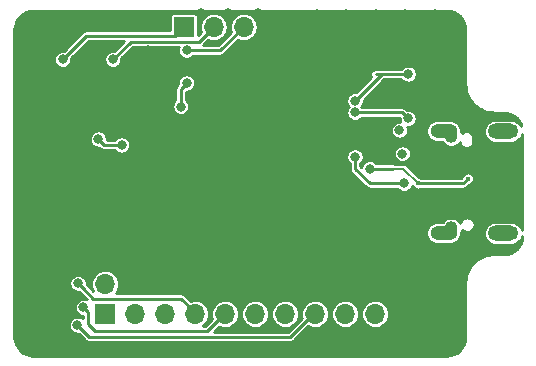
<source format=gbl>
G04 #@! TF.GenerationSoftware,KiCad,Pcbnew,(5.1.0)-1*
G04 #@! TF.CreationDate,2019-05-30T16:28:13+02:00*
G04 #@! TF.ProjectId,converterboard,636f6e76-6572-4746-9572-626f6172642e,rev?*
G04 #@! TF.SameCoordinates,Original*
G04 #@! TF.FileFunction,Copper,L2,Bot*
G04 #@! TF.FilePolarity,Positive*
%FSLAX46Y46*%
G04 Gerber Fmt 4.6, Leading zero omitted, Abs format (unit mm)*
G04 Created by KiCad (PCBNEW (5.1.0)-1) date 2019-05-30 16:28:13*
%MOMM*%
%LPD*%
G04 APERTURE LIST*
%ADD10O,2.300000X1.200000*%
%ADD11O,1.100000X1.350000*%
%ADD12O,2.600000X1.300000*%
%ADD13R,1.700000X1.700000*%
%ADD14O,1.700000X1.700000*%
%ADD15C,0.800000*%
%ADD16C,0.400000*%
%ADD17C,0.250000*%
%ADD18C,0.200000*%
%ADD19C,0.254000*%
G04 APERTURE END LIST*
D10*
X190750000Y-109580000D03*
D11*
X191400000Y-109900000D03*
X191400000Y-117900000D03*
D10*
X190750000Y-118220000D03*
D12*
X195800000Y-118220000D03*
X195800000Y-109580000D03*
D13*
X168750000Y-100750000D03*
D14*
X171290000Y-100750000D03*
X173830000Y-100750000D03*
X176370000Y-100750000D03*
X184960000Y-122510000D03*
X184960000Y-125050000D03*
X182420000Y-122510000D03*
X182420000Y-125050000D03*
X179880000Y-122510000D03*
X179880000Y-125050000D03*
X177340000Y-122510000D03*
X177340000Y-125050000D03*
X174800000Y-122510000D03*
X174800000Y-125050000D03*
X172260000Y-122510000D03*
X172260000Y-125050000D03*
X169720000Y-122510000D03*
X169720000Y-125050000D03*
X167180000Y-122510000D03*
X167180000Y-125050000D03*
X164640000Y-122510000D03*
X164640000Y-125050000D03*
X162100000Y-122510000D03*
D13*
X162100000Y-125050000D03*
D15*
X187000000Y-109500000D03*
X187250000Y-111500000D03*
X167750000Y-108750000D03*
X158750000Y-111750000D03*
X158250000Y-117500000D03*
X180500000Y-117500000D03*
X186250000Y-118000000D03*
X183000000Y-101000000D03*
X160750000Y-109250000D03*
X158000000Y-113750000D03*
X169000000Y-117250000D03*
X167500000Y-118250000D03*
X172750000Y-108250000D03*
X164350542Y-108424777D03*
X191750000Y-127750000D03*
X189000000Y-128000000D03*
X186000000Y-128000000D03*
X183000000Y-128000000D03*
X180000000Y-128000000D03*
X177000000Y-128000000D03*
X174000000Y-128000000D03*
X171000000Y-128000000D03*
X168000000Y-128000000D03*
X165000000Y-128000000D03*
X162000000Y-128000000D03*
X159000000Y-128000000D03*
X156000000Y-128000000D03*
X155000000Y-126000000D03*
X155000000Y-123000000D03*
X154750000Y-120250000D03*
X154750000Y-117250000D03*
X154750000Y-114500000D03*
X154750000Y-112250000D03*
X154750000Y-110000000D03*
X154750000Y-107500000D03*
X154750000Y-105000000D03*
X154750000Y-102500000D03*
X155250000Y-100000000D03*
X159000000Y-99750000D03*
X161500000Y-99750000D03*
X164000000Y-99750000D03*
X166500000Y-99750000D03*
X191750000Y-100000000D03*
X190000000Y-99700000D03*
X187500000Y-99700000D03*
X185000000Y-99700000D03*
X182500000Y-99700000D03*
X180000000Y-99700000D03*
X177750000Y-99800000D03*
X175000000Y-99600000D03*
X172500000Y-99600000D03*
X170250000Y-99600000D03*
X192000000Y-125500000D03*
X192000000Y-123000000D03*
X192000000Y-120500000D03*
X192250000Y-103750000D03*
X188750000Y-120750000D03*
X188750000Y-123000000D03*
X188750000Y-125500000D03*
X186000000Y-120250000D03*
X182750000Y-120250000D03*
X179750000Y-120250000D03*
X176750000Y-120250000D03*
X174250000Y-120250000D03*
X170750000Y-120250000D03*
X167750000Y-120250000D03*
X164500000Y-120250000D03*
X161500000Y-120250000D03*
X159500000Y-119000000D03*
X162750000Y-118750000D03*
X163500000Y-116500000D03*
X165250000Y-115000000D03*
X163500000Y-113750000D03*
X165000000Y-112750000D03*
X172000000Y-117250000D03*
X174750000Y-117250000D03*
X174500000Y-114750000D03*
X171500000Y-114750000D03*
X169250000Y-114500000D03*
X172750000Y-104000000D03*
X176250000Y-104500000D03*
X176000000Y-108250000D03*
X175750000Y-112750000D03*
X172750000Y-112750000D03*
X174000000Y-110500000D03*
X174000000Y-106250000D03*
X176000000Y-110500000D03*
X179500000Y-102250000D03*
X182000000Y-102500000D03*
X183750000Y-104000000D03*
X182250000Y-106250000D03*
X180250000Y-106250000D03*
X180000000Y-104000000D03*
X181750000Y-104250000D03*
X181000000Y-101000000D03*
X178500000Y-101000000D03*
X169250000Y-103750000D03*
X167500000Y-105500000D03*
X165750000Y-104500000D03*
X165750000Y-102750000D03*
X180750000Y-109500000D03*
X180250000Y-111250000D03*
X183500000Y-109750000D03*
X190000000Y-104500000D03*
X161750000Y-102250000D03*
X157250000Y-108250000D03*
X157250000Y-112000000D03*
X157750000Y-124000000D03*
X157500000Y-126000000D03*
X159750000Y-115250000D03*
X182500000Y-117500000D03*
X184500000Y-115500000D03*
X158500000Y-103500000D03*
X161500000Y-110250000D03*
X163500000Y-110750000D03*
X169000000Y-102750000D03*
X162750000Y-103500000D03*
X184500000Y-112750000D03*
D16*
X192800000Y-113600000D03*
X188600000Y-114000000D03*
D15*
X183249984Y-111750000D03*
X187400000Y-114000000D03*
X187750000Y-108500000D03*
X183250012Y-108000000D03*
X183250000Y-107000000D03*
X187750000Y-104750016D03*
X159795497Y-122454497D03*
X160250000Y-124500004D03*
X159750000Y-126000000D03*
X168500000Y-107500000D03*
X169000000Y-105500000D03*
D17*
X158899999Y-103100001D02*
X158500000Y-103500000D01*
X160500000Y-101500000D02*
X158899999Y-103100001D01*
X168750000Y-100750000D02*
X168000000Y-101500000D01*
X168000000Y-101500000D02*
X160500000Y-101500000D01*
X162000000Y-110750000D02*
X162934315Y-110750000D01*
X161500000Y-110250000D02*
X162000000Y-110750000D01*
X162934315Y-110750000D02*
X163500000Y-110750000D01*
X171830000Y-102750000D02*
X169565685Y-102750000D01*
X169565685Y-102750000D02*
X169000000Y-102750000D01*
X173830000Y-100750000D02*
X171830000Y-102750000D01*
X170440001Y-101599999D02*
X171290000Y-100750000D01*
X162750000Y-103500000D02*
X164250000Y-102000000D01*
X164250000Y-102000000D02*
X170040000Y-102000000D01*
X170040000Y-102000000D02*
X170440001Y-101599999D01*
X186500000Y-112750000D02*
X184500000Y-112750000D01*
X188882842Y-114000000D02*
X188600000Y-114000000D01*
X192400000Y-114000000D02*
X188882842Y-114000000D01*
X192800000Y-113600000D02*
X192400000Y-114000000D01*
D18*
X187350000Y-112750000D02*
X188600000Y-114000000D01*
X186500000Y-112750000D02*
X187350000Y-112750000D01*
D17*
X184500000Y-114000000D02*
X186834315Y-114000000D01*
X186834315Y-114000000D02*
X187400000Y-114000000D01*
X183249984Y-111750000D02*
X183249984Y-112749984D01*
X183249984Y-112749984D02*
X184500000Y-114000000D01*
X187250000Y-108000000D02*
X183815697Y-108000000D01*
X183815697Y-108000000D02*
X183250012Y-108000000D01*
X187750000Y-108500000D02*
X187250000Y-108000000D01*
X183250000Y-107000000D02*
X185499984Y-104750016D01*
X187184315Y-104750016D02*
X187750000Y-104750016D01*
X184999984Y-104750016D02*
X187184315Y-104750016D01*
X169750000Y-125000000D02*
X168500000Y-123750000D01*
X161091000Y-123750000D02*
X160195496Y-122854496D01*
X168500000Y-123750000D02*
X161091000Y-123750000D01*
X160195496Y-122854496D02*
X159795497Y-122454497D01*
X160649999Y-125885001D02*
X160649999Y-124900003D01*
X160649999Y-124900003D02*
X160250000Y-124500004D01*
X172250000Y-125000000D02*
X170750000Y-126500000D01*
X161264998Y-126500000D02*
X160649999Y-125885001D01*
X170750000Y-126500000D02*
X161264998Y-126500000D01*
X160149999Y-126399999D02*
X159750000Y-126000000D01*
X160750000Y-127000000D02*
X160149999Y-126399999D01*
X177750000Y-127000000D02*
X160750000Y-127000000D01*
X179750000Y-125000000D02*
X177750000Y-127000000D01*
X168500000Y-107500000D02*
X168500000Y-106000000D01*
X168500000Y-106000000D02*
X169000000Y-105500000D01*
D19*
G36*
X191310008Y-99434324D02*
G01*
X191608214Y-99524357D01*
X191883249Y-99670595D01*
X192124645Y-99867473D01*
X192323203Y-100107487D01*
X192471360Y-100381498D01*
X192563472Y-100679064D01*
X192586032Y-100893702D01*
X192579178Y-100916294D01*
X192573000Y-100979023D01*
X192573001Y-105620978D01*
X192579179Y-105683707D01*
X192603596Y-105764196D01*
X192613590Y-105782893D01*
X192641052Y-106044176D01*
X192648384Y-106079893D01*
X192655206Y-106115657D01*
X192656828Y-106121031D01*
X192772252Y-106493905D01*
X192786369Y-106527489D01*
X192800020Y-106561276D01*
X192802655Y-106566232D01*
X192988306Y-106909587D01*
X193008689Y-106939806D01*
X193028631Y-106970281D01*
X193032179Y-106974631D01*
X193280986Y-107275386D01*
X193306852Y-107301073D01*
X193332331Y-107327091D01*
X193336656Y-107330669D01*
X193639141Y-107577369D01*
X193669501Y-107597541D01*
X193699551Y-107618117D01*
X193704489Y-107620787D01*
X194049131Y-107804036D01*
X194082799Y-107817913D01*
X194116306Y-107832275D01*
X194121668Y-107833935D01*
X194495340Y-107946752D01*
X194531069Y-107953827D01*
X194566720Y-107961405D01*
X194572302Y-107961991D01*
X194816152Y-107985901D01*
X194835804Y-107996405D01*
X194916293Y-108020822D01*
X194979022Y-108027000D01*
X195820978Y-108027000D01*
X195883707Y-108020822D01*
X195905348Y-108014257D01*
X196110008Y-108034324D01*
X196408214Y-108124357D01*
X196683249Y-108270595D01*
X196924645Y-108467473D01*
X197123203Y-108707487D01*
X197271360Y-108981498D01*
X197317399Y-109130227D01*
X197266276Y-109034582D01*
X197144186Y-108885814D01*
X196995418Y-108763724D01*
X196825691Y-108673003D01*
X196641525Y-108617137D01*
X196497993Y-108603000D01*
X195102007Y-108603000D01*
X194958475Y-108617137D01*
X194774309Y-108673003D01*
X194604582Y-108763724D01*
X194455814Y-108885814D01*
X194333724Y-109034582D01*
X194243003Y-109204309D01*
X194187137Y-109388475D01*
X194168273Y-109580000D01*
X194187137Y-109771525D01*
X194243003Y-109955691D01*
X194333724Y-110125418D01*
X194455814Y-110274186D01*
X194604582Y-110396276D01*
X194774309Y-110486997D01*
X194958475Y-110542863D01*
X195102007Y-110557000D01*
X196497993Y-110557000D01*
X196641525Y-110542863D01*
X196825691Y-110486997D01*
X196995418Y-110396276D01*
X197144186Y-110274186D01*
X197266276Y-110125418D01*
X197356997Y-109955691D01*
X197398001Y-109820519D01*
X197398000Y-117979478D01*
X197356997Y-117844309D01*
X197266276Y-117674582D01*
X197144186Y-117525814D01*
X196995418Y-117403724D01*
X196825691Y-117313003D01*
X196641525Y-117257137D01*
X196497993Y-117243000D01*
X195102007Y-117243000D01*
X194958475Y-117257137D01*
X194774309Y-117313003D01*
X194604582Y-117403724D01*
X194455814Y-117525814D01*
X194333724Y-117674582D01*
X194243003Y-117844309D01*
X194187137Y-118028475D01*
X194168273Y-118220000D01*
X194187137Y-118411525D01*
X194243003Y-118595691D01*
X194333724Y-118765418D01*
X194455814Y-118914186D01*
X194604582Y-119036276D01*
X194774309Y-119126997D01*
X194958475Y-119182863D01*
X195102007Y-119197000D01*
X196497993Y-119197000D01*
X196641525Y-119182863D01*
X196825691Y-119126997D01*
X196995418Y-119036276D01*
X197144186Y-118914186D01*
X197266276Y-118765418D01*
X197356997Y-118595691D01*
X197386383Y-118498817D01*
X197365676Y-118710009D01*
X197275641Y-119008217D01*
X197129402Y-119283252D01*
X196932524Y-119524648D01*
X196692513Y-119723203D01*
X196418502Y-119871360D01*
X196120935Y-119963472D01*
X195906299Y-119986031D01*
X195883707Y-119979178D01*
X195820978Y-119973000D01*
X194979022Y-119973000D01*
X194916293Y-119979178D01*
X194835804Y-120003595D01*
X194817105Y-120013590D01*
X194555823Y-120041052D01*
X194520093Y-120048386D01*
X194484343Y-120055206D01*
X194478969Y-120056828D01*
X194106094Y-120172252D01*
X194072472Y-120186385D01*
X194038725Y-120200020D01*
X194033768Y-120202655D01*
X193690413Y-120388306D01*
X193660194Y-120408689D01*
X193629719Y-120428631D01*
X193625369Y-120432179D01*
X193324614Y-120680986D01*
X193298944Y-120706836D01*
X193272909Y-120732331D01*
X193269331Y-120736656D01*
X193022630Y-121039141D01*
X193002444Y-121069523D01*
X192981883Y-121099552D01*
X192979213Y-121104489D01*
X192795963Y-121449131D01*
X192782067Y-121482845D01*
X192767725Y-121516307D01*
X192766065Y-121521669D01*
X192653247Y-121895340D01*
X192646168Y-121931092D01*
X192638595Y-121966720D01*
X192638009Y-121972302D01*
X192614099Y-122216153D01*
X192603595Y-122235805D01*
X192579178Y-122316294D01*
X192573000Y-122379023D01*
X192573001Y-127020978D01*
X192579179Y-127083707D01*
X192585743Y-127105346D01*
X192565676Y-127310009D01*
X192475641Y-127608217D01*
X192329402Y-127883252D01*
X192132524Y-128124648D01*
X191892513Y-128323203D01*
X191618502Y-128471360D01*
X191320935Y-128563472D01*
X190992426Y-128598000D01*
X156019658Y-128598000D01*
X155689991Y-128565676D01*
X155391783Y-128475641D01*
X155116748Y-128329402D01*
X154875352Y-128132524D01*
X154676797Y-127892513D01*
X154528640Y-127618502D01*
X154436528Y-127320935D01*
X154402000Y-126992426D01*
X154402000Y-125928397D01*
X159023000Y-125928397D01*
X159023000Y-126071603D01*
X159050938Y-126212058D01*
X159105741Y-126344364D01*
X159185302Y-126463436D01*
X159286564Y-126564698D01*
X159405636Y-126644259D01*
X159537942Y-126699062D01*
X159678397Y-126727000D01*
X159821603Y-126727000D01*
X159835093Y-126724317D01*
X159846088Y-126735312D01*
X159846093Y-126735316D01*
X160414681Y-127303905D01*
X160428841Y-127321159D01*
X160497667Y-127377643D01*
X160569354Y-127415960D01*
X160576190Y-127419614D01*
X160661392Y-127445460D01*
X160750000Y-127454187D01*
X160772205Y-127452000D01*
X177727795Y-127452000D01*
X177750000Y-127454187D01*
X177772205Y-127452000D01*
X177838607Y-127445460D01*
X177923810Y-127419614D01*
X178002333Y-127377643D01*
X178071159Y-127321159D01*
X178085323Y-127303900D01*
X179309551Y-126079674D01*
X179427403Y-126142667D01*
X179649268Y-126209969D01*
X179822188Y-126227000D01*
X179937812Y-126227000D01*
X180110732Y-126209969D01*
X180332597Y-126142667D01*
X180537070Y-126033374D01*
X180716291Y-125886291D01*
X180863374Y-125707070D01*
X180972667Y-125502597D01*
X181039969Y-125280732D01*
X181062694Y-125050000D01*
X181237306Y-125050000D01*
X181260031Y-125280732D01*
X181327333Y-125502597D01*
X181436626Y-125707070D01*
X181583709Y-125886291D01*
X181762930Y-126033374D01*
X181967403Y-126142667D01*
X182189268Y-126209969D01*
X182362188Y-126227000D01*
X182477812Y-126227000D01*
X182650732Y-126209969D01*
X182872597Y-126142667D01*
X183077070Y-126033374D01*
X183256291Y-125886291D01*
X183403374Y-125707070D01*
X183512667Y-125502597D01*
X183579969Y-125280732D01*
X183602694Y-125050000D01*
X183777306Y-125050000D01*
X183800031Y-125280732D01*
X183867333Y-125502597D01*
X183976626Y-125707070D01*
X184123709Y-125886291D01*
X184302930Y-126033374D01*
X184507403Y-126142667D01*
X184729268Y-126209969D01*
X184902188Y-126227000D01*
X185017812Y-126227000D01*
X185190732Y-126209969D01*
X185412597Y-126142667D01*
X185617070Y-126033374D01*
X185796291Y-125886291D01*
X185943374Y-125707070D01*
X186052667Y-125502597D01*
X186119969Y-125280732D01*
X186142694Y-125050000D01*
X186119969Y-124819268D01*
X186052667Y-124597403D01*
X185943374Y-124392930D01*
X185796291Y-124213709D01*
X185617070Y-124066626D01*
X185412597Y-123957333D01*
X185190732Y-123890031D01*
X185017812Y-123873000D01*
X184902188Y-123873000D01*
X184729268Y-123890031D01*
X184507403Y-123957333D01*
X184302930Y-124066626D01*
X184123709Y-124213709D01*
X183976626Y-124392930D01*
X183867333Y-124597403D01*
X183800031Y-124819268D01*
X183777306Y-125050000D01*
X183602694Y-125050000D01*
X183579969Y-124819268D01*
X183512667Y-124597403D01*
X183403374Y-124392930D01*
X183256291Y-124213709D01*
X183077070Y-124066626D01*
X182872597Y-123957333D01*
X182650732Y-123890031D01*
X182477812Y-123873000D01*
X182362188Y-123873000D01*
X182189268Y-123890031D01*
X181967403Y-123957333D01*
X181762930Y-124066626D01*
X181583709Y-124213709D01*
X181436626Y-124392930D01*
X181327333Y-124597403D01*
X181260031Y-124819268D01*
X181237306Y-125050000D01*
X181062694Y-125050000D01*
X181039969Y-124819268D01*
X180972667Y-124597403D01*
X180863374Y-124392930D01*
X180716291Y-124213709D01*
X180537070Y-124066626D01*
X180332597Y-123957333D01*
X180110732Y-123890031D01*
X179937812Y-123873000D01*
X179822188Y-123873000D01*
X179649268Y-123890031D01*
X179427403Y-123957333D01*
X179222930Y-124066626D01*
X179043709Y-124213709D01*
X178896626Y-124392930D01*
X178787333Y-124597403D01*
X178720031Y-124819268D01*
X178697306Y-125050000D01*
X178720031Y-125280732D01*
X178745636Y-125365140D01*
X177562777Y-126548000D01*
X171341223Y-126548000D01*
X171767751Y-126121473D01*
X171807403Y-126142667D01*
X172029268Y-126209969D01*
X172202188Y-126227000D01*
X172317812Y-126227000D01*
X172490732Y-126209969D01*
X172712597Y-126142667D01*
X172917070Y-126033374D01*
X173096291Y-125886291D01*
X173243374Y-125707070D01*
X173352667Y-125502597D01*
X173419969Y-125280732D01*
X173442694Y-125050000D01*
X173617306Y-125050000D01*
X173640031Y-125280732D01*
X173707333Y-125502597D01*
X173816626Y-125707070D01*
X173963709Y-125886291D01*
X174142930Y-126033374D01*
X174347403Y-126142667D01*
X174569268Y-126209969D01*
X174742188Y-126227000D01*
X174857812Y-126227000D01*
X175030732Y-126209969D01*
X175252597Y-126142667D01*
X175457070Y-126033374D01*
X175636291Y-125886291D01*
X175783374Y-125707070D01*
X175892667Y-125502597D01*
X175959969Y-125280732D01*
X175982694Y-125050000D01*
X176157306Y-125050000D01*
X176180031Y-125280732D01*
X176247333Y-125502597D01*
X176356626Y-125707070D01*
X176503709Y-125886291D01*
X176682930Y-126033374D01*
X176887403Y-126142667D01*
X177109268Y-126209969D01*
X177282188Y-126227000D01*
X177397812Y-126227000D01*
X177570732Y-126209969D01*
X177792597Y-126142667D01*
X177997070Y-126033374D01*
X178176291Y-125886291D01*
X178323374Y-125707070D01*
X178432667Y-125502597D01*
X178499969Y-125280732D01*
X178522694Y-125050000D01*
X178499969Y-124819268D01*
X178432667Y-124597403D01*
X178323374Y-124392930D01*
X178176291Y-124213709D01*
X177997070Y-124066626D01*
X177792597Y-123957333D01*
X177570732Y-123890031D01*
X177397812Y-123873000D01*
X177282188Y-123873000D01*
X177109268Y-123890031D01*
X176887403Y-123957333D01*
X176682930Y-124066626D01*
X176503709Y-124213709D01*
X176356626Y-124392930D01*
X176247333Y-124597403D01*
X176180031Y-124819268D01*
X176157306Y-125050000D01*
X175982694Y-125050000D01*
X175959969Y-124819268D01*
X175892667Y-124597403D01*
X175783374Y-124392930D01*
X175636291Y-124213709D01*
X175457070Y-124066626D01*
X175252597Y-123957333D01*
X175030732Y-123890031D01*
X174857812Y-123873000D01*
X174742188Y-123873000D01*
X174569268Y-123890031D01*
X174347403Y-123957333D01*
X174142930Y-124066626D01*
X173963709Y-124213709D01*
X173816626Y-124392930D01*
X173707333Y-124597403D01*
X173640031Y-124819268D01*
X173617306Y-125050000D01*
X173442694Y-125050000D01*
X173419969Y-124819268D01*
X173352667Y-124597403D01*
X173243374Y-124392930D01*
X173096291Y-124213709D01*
X172917070Y-124066626D01*
X172712597Y-123957333D01*
X172490732Y-123890031D01*
X172317812Y-123873000D01*
X172202188Y-123873000D01*
X172029268Y-123890031D01*
X171807403Y-123957333D01*
X171602930Y-124066626D01*
X171423709Y-124213709D01*
X171276626Y-124392930D01*
X171167333Y-124597403D01*
X171100031Y-124819268D01*
X171077306Y-125050000D01*
X171100031Y-125280732D01*
X171153565Y-125457211D01*
X170562777Y-126048000D01*
X170349707Y-126048000D01*
X170377070Y-126033374D01*
X170556291Y-125886291D01*
X170703374Y-125707070D01*
X170812667Y-125502597D01*
X170879969Y-125280732D01*
X170902694Y-125050000D01*
X170879969Y-124819268D01*
X170812667Y-124597403D01*
X170703374Y-124392930D01*
X170556291Y-124213709D01*
X170377070Y-124066626D01*
X170172597Y-123957333D01*
X169950732Y-123890031D01*
X169777812Y-123873000D01*
X169662188Y-123873000D01*
X169489268Y-123890031D01*
X169328134Y-123938910D01*
X168835323Y-123446100D01*
X168821159Y-123428841D01*
X168752333Y-123372357D01*
X168673810Y-123330386D01*
X168588607Y-123304540D01*
X168522205Y-123298000D01*
X168500000Y-123295813D01*
X168477795Y-123298000D01*
X162975922Y-123298000D01*
X163083374Y-123167070D01*
X163192667Y-122962597D01*
X163259969Y-122740732D01*
X163282694Y-122510000D01*
X163259969Y-122279268D01*
X163192667Y-122057403D01*
X163083374Y-121852930D01*
X162936291Y-121673709D01*
X162757070Y-121526626D01*
X162552597Y-121417333D01*
X162330732Y-121350031D01*
X162157812Y-121333000D01*
X162042188Y-121333000D01*
X161869268Y-121350031D01*
X161647403Y-121417333D01*
X161442930Y-121526626D01*
X161263709Y-121673709D01*
X161116626Y-121852930D01*
X161007333Y-122057403D01*
X160940031Y-122279268D01*
X160917306Y-122510000D01*
X160940031Y-122740732D01*
X161007333Y-122962597D01*
X161081411Y-123101187D01*
X160530813Y-122550590D01*
X160530809Y-122550585D01*
X160519814Y-122539590D01*
X160522497Y-122526100D01*
X160522497Y-122382894D01*
X160494559Y-122242439D01*
X160439756Y-122110133D01*
X160360195Y-121991061D01*
X160258933Y-121889799D01*
X160139861Y-121810238D01*
X160007555Y-121755435D01*
X159867100Y-121727497D01*
X159723894Y-121727497D01*
X159583439Y-121755435D01*
X159451133Y-121810238D01*
X159332061Y-121889799D01*
X159230799Y-121991061D01*
X159151238Y-122110133D01*
X159096435Y-122242439D01*
X159068497Y-122382894D01*
X159068497Y-122526100D01*
X159096435Y-122666555D01*
X159151238Y-122798861D01*
X159230799Y-122917933D01*
X159332061Y-123019195D01*
X159451133Y-123098756D01*
X159583439Y-123153559D01*
X159723894Y-123181497D01*
X159867100Y-123181497D01*
X159880590Y-123178814D01*
X159891585Y-123189809D01*
X159891590Y-123189813D01*
X160531469Y-123829693D01*
X160462058Y-123800942D01*
X160321603Y-123773004D01*
X160178397Y-123773004D01*
X160037942Y-123800942D01*
X159905636Y-123855745D01*
X159786564Y-123935306D01*
X159685302Y-124036568D01*
X159605741Y-124155640D01*
X159550938Y-124287946D01*
X159523000Y-124428401D01*
X159523000Y-124571607D01*
X159550938Y-124712062D01*
X159605741Y-124844368D01*
X159685302Y-124963440D01*
X159786564Y-125064702D01*
X159905636Y-125144263D01*
X160037942Y-125199066D01*
X160178397Y-125227004D01*
X160198000Y-125227004D01*
X160197999Y-125424988D01*
X160094364Y-125355741D01*
X159962058Y-125300938D01*
X159821603Y-125273000D01*
X159678397Y-125273000D01*
X159537942Y-125300938D01*
X159405636Y-125355741D01*
X159286564Y-125435302D01*
X159185302Y-125536564D01*
X159105741Y-125655636D01*
X159050938Y-125787942D01*
X159023000Y-125928397D01*
X154402000Y-125928397D01*
X154402000Y-118220000D01*
X189268515Y-118220000D01*
X189286413Y-118401724D01*
X189339420Y-118576464D01*
X189425499Y-118737505D01*
X189541341Y-118878659D01*
X189682495Y-118994501D01*
X189843536Y-119080580D01*
X190018276Y-119133587D01*
X190154462Y-119147000D01*
X191345538Y-119147000D01*
X191481724Y-119133587D01*
X191656464Y-119080580D01*
X191817505Y-118994501D01*
X191958659Y-118878659D01*
X192074501Y-118737505D01*
X192160580Y-118576464D01*
X192213587Y-118401724D01*
X192219069Y-118346059D01*
X192264310Y-118196921D01*
X192277000Y-118068078D01*
X192277000Y-117913712D01*
X192350311Y-117987023D01*
X192453004Y-118055640D01*
X192567111Y-118102905D01*
X192688246Y-118127000D01*
X192811754Y-118127000D01*
X192932889Y-118102905D01*
X193046996Y-118055640D01*
X193149689Y-117987023D01*
X193237023Y-117899689D01*
X193305640Y-117796996D01*
X193352905Y-117682889D01*
X193377000Y-117561754D01*
X193377000Y-117438246D01*
X193352905Y-117317111D01*
X193305640Y-117203004D01*
X193237023Y-117100311D01*
X193149689Y-117012977D01*
X193046996Y-116944360D01*
X192932889Y-116897095D01*
X192811754Y-116873000D01*
X192688246Y-116873000D01*
X192567111Y-116897095D01*
X192453004Y-116944360D01*
X192350311Y-117012977D01*
X192262977Y-117100311D01*
X192194360Y-117203004D01*
X192148220Y-117314394D01*
X192132727Y-117285408D01*
X192023133Y-117151867D01*
X191889591Y-117042273D01*
X191737236Y-116960838D01*
X191571921Y-116910690D01*
X191400000Y-116893757D01*
X191228078Y-116910690D01*
X191062763Y-116960838D01*
X190910408Y-117042273D01*
X190776867Y-117151867D01*
X190667273Y-117285409D01*
X190663216Y-117293000D01*
X190154462Y-117293000D01*
X190018276Y-117306413D01*
X189843536Y-117359420D01*
X189682495Y-117445499D01*
X189541341Y-117561341D01*
X189425499Y-117702495D01*
X189339420Y-117863536D01*
X189286413Y-118038276D01*
X189268515Y-118220000D01*
X154402000Y-118220000D01*
X154402000Y-111678397D01*
X182522984Y-111678397D01*
X182522984Y-111821603D01*
X182550922Y-111962058D01*
X182605725Y-112094364D01*
X182685286Y-112213436D01*
X182786548Y-112314698D01*
X182797985Y-112322340D01*
X182797985Y-112727769D01*
X182795797Y-112749984D01*
X182804524Y-112838591D01*
X182830370Y-112923793D01*
X182850823Y-112962058D01*
X182872342Y-113002317D01*
X182928826Y-113071143D01*
X182946080Y-113085303D01*
X184164681Y-114303905D01*
X184178841Y-114321159D01*
X184247667Y-114377643D01*
X184326190Y-114419614D01*
X184411392Y-114445460D01*
X184500000Y-114454187D01*
X184522205Y-114452000D01*
X186827661Y-114452000D01*
X186835302Y-114463436D01*
X186936564Y-114564698D01*
X187055636Y-114644259D01*
X187187942Y-114699062D01*
X187328397Y-114727000D01*
X187471603Y-114727000D01*
X187612058Y-114699062D01*
X187744364Y-114644259D01*
X187863436Y-114564698D01*
X187964698Y-114463436D01*
X188044259Y-114344364D01*
X188099062Y-114212058D01*
X188105017Y-114182122D01*
X188132979Y-114249628D01*
X188190652Y-114335943D01*
X188264057Y-114409348D01*
X188350372Y-114467021D01*
X188446280Y-114506748D01*
X188548095Y-114527000D01*
X188651905Y-114527000D01*
X188753720Y-114506748D01*
X188849628Y-114467021D01*
X188872109Y-114452000D01*
X192377795Y-114452000D01*
X192400000Y-114454187D01*
X192422205Y-114452000D01*
X192488607Y-114445460D01*
X192573810Y-114419614D01*
X192652333Y-114377643D01*
X192721159Y-114321159D01*
X192735323Y-114303900D01*
X192927201Y-114112023D01*
X192953720Y-114106748D01*
X193049628Y-114067021D01*
X193135943Y-114009348D01*
X193209348Y-113935943D01*
X193267021Y-113849628D01*
X193306748Y-113753720D01*
X193327000Y-113651905D01*
X193327000Y-113548095D01*
X193306748Y-113446280D01*
X193267021Y-113350372D01*
X193209348Y-113264057D01*
X193135943Y-113190652D01*
X193049628Y-113132979D01*
X192953720Y-113093252D01*
X192851905Y-113073000D01*
X192748095Y-113073000D01*
X192646280Y-113093252D01*
X192550372Y-113132979D01*
X192464057Y-113190652D01*
X192390652Y-113264057D01*
X192332979Y-113350372D01*
X192293252Y-113446280D01*
X192287977Y-113472799D01*
X192212776Y-113548000D01*
X188872109Y-113548000D01*
X188849628Y-113532979D01*
X188753720Y-113493252D01*
X188683067Y-113479198D01*
X187666768Y-112462900D01*
X187653395Y-112446605D01*
X187588376Y-112393245D01*
X187514196Y-112353595D01*
X187433707Y-112329178D01*
X187370978Y-112323000D01*
X187370967Y-112323000D01*
X187350000Y-112320935D01*
X187329033Y-112323000D01*
X186649462Y-112323000D01*
X186588607Y-112304540D01*
X186522205Y-112298000D01*
X185072339Y-112298000D01*
X185064698Y-112286564D01*
X184963436Y-112185302D01*
X184844364Y-112105741D01*
X184712058Y-112050938D01*
X184571603Y-112023000D01*
X184428397Y-112023000D01*
X184287942Y-112050938D01*
X184155636Y-112105741D01*
X184036564Y-112185302D01*
X183935302Y-112286564D01*
X183855741Y-112405636D01*
X183800938Y-112537942D01*
X183780403Y-112641180D01*
X183701984Y-112562761D01*
X183701984Y-112322339D01*
X183713420Y-112314698D01*
X183814682Y-112213436D01*
X183894243Y-112094364D01*
X183949046Y-111962058D01*
X183976984Y-111821603D01*
X183976984Y-111678397D01*
X183949046Y-111537942D01*
X183903671Y-111428397D01*
X186523000Y-111428397D01*
X186523000Y-111571603D01*
X186550938Y-111712058D01*
X186605741Y-111844364D01*
X186685302Y-111963436D01*
X186786564Y-112064698D01*
X186905636Y-112144259D01*
X187037942Y-112199062D01*
X187178397Y-112227000D01*
X187321603Y-112227000D01*
X187462058Y-112199062D01*
X187594364Y-112144259D01*
X187713436Y-112064698D01*
X187814698Y-111963436D01*
X187894259Y-111844364D01*
X187949062Y-111712058D01*
X187977000Y-111571603D01*
X187977000Y-111428397D01*
X187949062Y-111287942D01*
X187894259Y-111155636D01*
X187814698Y-111036564D01*
X187713436Y-110935302D01*
X187594364Y-110855741D01*
X187462058Y-110800938D01*
X187321603Y-110773000D01*
X187178397Y-110773000D01*
X187037942Y-110800938D01*
X186905636Y-110855741D01*
X186786564Y-110935302D01*
X186685302Y-111036564D01*
X186605741Y-111155636D01*
X186550938Y-111287942D01*
X186523000Y-111428397D01*
X183903671Y-111428397D01*
X183894243Y-111405636D01*
X183814682Y-111286564D01*
X183713420Y-111185302D01*
X183594348Y-111105741D01*
X183462042Y-111050938D01*
X183321587Y-111023000D01*
X183178381Y-111023000D01*
X183037926Y-111050938D01*
X182905620Y-111105741D01*
X182786548Y-111185302D01*
X182685286Y-111286564D01*
X182605725Y-111405636D01*
X182550922Y-111537942D01*
X182522984Y-111678397D01*
X154402000Y-111678397D01*
X154402000Y-110178397D01*
X160773000Y-110178397D01*
X160773000Y-110321603D01*
X160800938Y-110462058D01*
X160855741Y-110594364D01*
X160935302Y-110713436D01*
X161036564Y-110814698D01*
X161155636Y-110894259D01*
X161287942Y-110949062D01*
X161428397Y-110977000D01*
X161571603Y-110977000D01*
X161585093Y-110974317D01*
X161664681Y-111053905D01*
X161678841Y-111071159D01*
X161747667Y-111127643D01*
X161800039Y-111155636D01*
X161826190Y-111169614D01*
X161911392Y-111195460D01*
X162000000Y-111204187D01*
X162022205Y-111202000D01*
X162927661Y-111202000D01*
X162935302Y-111213436D01*
X163036564Y-111314698D01*
X163155636Y-111394259D01*
X163287942Y-111449062D01*
X163428397Y-111477000D01*
X163571603Y-111477000D01*
X163712058Y-111449062D01*
X163844364Y-111394259D01*
X163963436Y-111314698D01*
X164064698Y-111213436D01*
X164144259Y-111094364D01*
X164199062Y-110962058D01*
X164227000Y-110821603D01*
X164227000Y-110678397D01*
X164199062Y-110537942D01*
X164144259Y-110405636D01*
X164064698Y-110286564D01*
X163963436Y-110185302D01*
X163844364Y-110105741D01*
X163712058Y-110050938D01*
X163571603Y-110023000D01*
X163428397Y-110023000D01*
X163287942Y-110050938D01*
X163155636Y-110105741D01*
X163036564Y-110185302D01*
X162935302Y-110286564D01*
X162927661Y-110298000D01*
X162227000Y-110298000D01*
X162227000Y-110178397D01*
X162199062Y-110037942D01*
X162144259Y-109905636D01*
X162064698Y-109786564D01*
X161963436Y-109685302D01*
X161844364Y-109605741D01*
X161712058Y-109550938D01*
X161571603Y-109523000D01*
X161428397Y-109523000D01*
X161287942Y-109550938D01*
X161155636Y-109605741D01*
X161036564Y-109685302D01*
X160935302Y-109786564D01*
X160855741Y-109905636D01*
X160800938Y-110037942D01*
X160773000Y-110178397D01*
X154402000Y-110178397D01*
X154402000Y-107428397D01*
X167773000Y-107428397D01*
X167773000Y-107571603D01*
X167800938Y-107712058D01*
X167855741Y-107844364D01*
X167935302Y-107963436D01*
X168036564Y-108064698D01*
X168155636Y-108144259D01*
X168287942Y-108199062D01*
X168428397Y-108227000D01*
X168571603Y-108227000D01*
X168712058Y-108199062D01*
X168844364Y-108144259D01*
X168963436Y-108064698D01*
X169064698Y-107963436D01*
X169144259Y-107844364D01*
X169199062Y-107712058D01*
X169227000Y-107571603D01*
X169227000Y-107428397D01*
X169199062Y-107287942D01*
X169144259Y-107155636D01*
X169064698Y-107036564D01*
X168963436Y-106935302D01*
X168953102Y-106928397D01*
X182523000Y-106928397D01*
X182523000Y-107071603D01*
X182550938Y-107212058D01*
X182605741Y-107344364D01*
X182685302Y-107463436D01*
X182721872Y-107500006D01*
X182685314Y-107536564D01*
X182605753Y-107655636D01*
X182550950Y-107787942D01*
X182523012Y-107928397D01*
X182523012Y-108071603D01*
X182550950Y-108212058D01*
X182605753Y-108344364D01*
X182685314Y-108463436D01*
X182786576Y-108564698D01*
X182905648Y-108644259D01*
X183037954Y-108699062D01*
X183178409Y-108727000D01*
X183321615Y-108727000D01*
X183462070Y-108699062D01*
X183594376Y-108644259D01*
X183713448Y-108564698D01*
X183814710Y-108463436D01*
X183822351Y-108452000D01*
X187023000Y-108452000D01*
X187023000Y-108571603D01*
X187050938Y-108712058D01*
X187076592Y-108773992D01*
X187071603Y-108773000D01*
X186928397Y-108773000D01*
X186787942Y-108800938D01*
X186655636Y-108855741D01*
X186536564Y-108935302D01*
X186435302Y-109036564D01*
X186355741Y-109155636D01*
X186300938Y-109287942D01*
X186273000Y-109428397D01*
X186273000Y-109571603D01*
X186300938Y-109712058D01*
X186355741Y-109844364D01*
X186435302Y-109963436D01*
X186536564Y-110064698D01*
X186655636Y-110144259D01*
X186787942Y-110199062D01*
X186928397Y-110227000D01*
X187071603Y-110227000D01*
X187212058Y-110199062D01*
X187344364Y-110144259D01*
X187463436Y-110064698D01*
X187564698Y-109963436D01*
X187644259Y-109844364D01*
X187699062Y-109712058D01*
X187725329Y-109580000D01*
X189268515Y-109580000D01*
X189286413Y-109761724D01*
X189339420Y-109936464D01*
X189425499Y-110097505D01*
X189541341Y-110238659D01*
X189682495Y-110354501D01*
X189843536Y-110440580D01*
X190018276Y-110493587D01*
X190154462Y-110507000D01*
X190663215Y-110507000D01*
X190667273Y-110514592D01*
X190776867Y-110648133D01*
X190910409Y-110757727D01*
X191062764Y-110839162D01*
X191228079Y-110889310D01*
X191400000Y-110906243D01*
X191571922Y-110889310D01*
X191737237Y-110839162D01*
X191889592Y-110757727D01*
X192023133Y-110648133D01*
X192111640Y-110540287D01*
X192116350Y-110588112D01*
X192149343Y-110696876D01*
X192202922Y-110797115D01*
X192275027Y-110884974D01*
X192362886Y-110957079D01*
X192463125Y-111010657D01*
X192571889Y-111043650D01*
X192685000Y-111054791D01*
X192798112Y-111043650D01*
X192906876Y-111010657D01*
X193007115Y-110957079D01*
X193094974Y-110884974D01*
X193167079Y-110797115D01*
X193220657Y-110696876D01*
X193253650Y-110588111D01*
X193262000Y-110503335D01*
X193262000Y-110096664D01*
X193253650Y-110011888D01*
X193220657Y-109903124D01*
X193167079Y-109802885D01*
X193094974Y-109715026D01*
X193007114Y-109642921D01*
X192906875Y-109589343D01*
X192798111Y-109556350D01*
X192685000Y-109545209D01*
X192571888Y-109556350D01*
X192463124Y-109589343D01*
X192362885Y-109642921D01*
X192275313Y-109714791D01*
X192264310Y-109603078D01*
X192219069Y-109453940D01*
X192213587Y-109398276D01*
X192160580Y-109223536D01*
X192074501Y-109062495D01*
X191958659Y-108921341D01*
X191817505Y-108805499D01*
X191656464Y-108719420D01*
X191481724Y-108666413D01*
X191345538Y-108653000D01*
X190154462Y-108653000D01*
X190018276Y-108666413D01*
X189843536Y-108719420D01*
X189682495Y-108805499D01*
X189541341Y-108921341D01*
X189425499Y-109062495D01*
X189339420Y-109223536D01*
X189286413Y-109398276D01*
X189268515Y-109580000D01*
X187725329Y-109580000D01*
X187727000Y-109571603D01*
X187727000Y-109428397D01*
X187699062Y-109287942D01*
X187673408Y-109226008D01*
X187678397Y-109227000D01*
X187821603Y-109227000D01*
X187962058Y-109199062D01*
X188094364Y-109144259D01*
X188213436Y-109064698D01*
X188314698Y-108963436D01*
X188394259Y-108844364D01*
X188449062Y-108712058D01*
X188477000Y-108571603D01*
X188477000Y-108428397D01*
X188449062Y-108287942D01*
X188394259Y-108155636D01*
X188314698Y-108036564D01*
X188213436Y-107935302D01*
X188094364Y-107855741D01*
X187962058Y-107800938D01*
X187821603Y-107773000D01*
X187678397Y-107773000D01*
X187664907Y-107775683D01*
X187585323Y-107696100D01*
X187571159Y-107678841D01*
X187502333Y-107622357D01*
X187423810Y-107580386D01*
X187338607Y-107554540D01*
X187250000Y-107545813D01*
X187227795Y-107548000D01*
X183822351Y-107548000D01*
X183814710Y-107536564D01*
X183778140Y-107499994D01*
X183814698Y-107463436D01*
X183894259Y-107344364D01*
X183949062Y-107212058D01*
X183977000Y-107071603D01*
X183977000Y-106928397D01*
X183974317Y-106914907D01*
X185687208Y-105202016D01*
X187177661Y-105202016D01*
X187185302Y-105213452D01*
X187286564Y-105314714D01*
X187405636Y-105394275D01*
X187537942Y-105449078D01*
X187678397Y-105477016D01*
X187821603Y-105477016D01*
X187962058Y-105449078D01*
X188094364Y-105394275D01*
X188213436Y-105314714D01*
X188314698Y-105213452D01*
X188394259Y-105094380D01*
X188449062Y-104962074D01*
X188477000Y-104821619D01*
X188477000Y-104678413D01*
X188449062Y-104537958D01*
X188394259Y-104405652D01*
X188314698Y-104286580D01*
X188213436Y-104185318D01*
X188094364Y-104105757D01*
X187962058Y-104050954D01*
X187821603Y-104023016D01*
X187678397Y-104023016D01*
X187537942Y-104050954D01*
X187405636Y-104105757D01*
X187286564Y-104185318D01*
X187185302Y-104286580D01*
X187177661Y-104298016D01*
X185522189Y-104298016D01*
X185499984Y-104295829D01*
X185477779Y-104298016D01*
X184977779Y-104298016D01*
X184911377Y-104304556D01*
X184826174Y-104330402D01*
X184747651Y-104372373D01*
X184678825Y-104428857D01*
X184622341Y-104497683D01*
X184580370Y-104576206D01*
X184554524Y-104661409D01*
X184545797Y-104750016D01*
X184554524Y-104838623D01*
X184580370Y-104923826D01*
X184617495Y-104993282D01*
X183335093Y-106275683D01*
X183321603Y-106273000D01*
X183178397Y-106273000D01*
X183037942Y-106300938D01*
X182905636Y-106355741D01*
X182786564Y-106435302D01*
X182685302Y-106536564D01*
X182605741Y-106655636D01*
X182550938Y-106787942D01*
X182523000Y-106928397D01*
X168953102Y-106928397D01*
X168952000Y-106927661D01*
X168952000Y-106227000D01*
X169071603Y-106227000D01*
X169212058Y-106199062D01*
X169344364Y-106144259D01*
X169463436Y-106064698D01*
X169564698Y-105963436D01*
X169644259Y-105844364D01*
X169699062Y-105712058D01*
X169727000Y-105571603D01*
X169727000Y-105428397D01*
X169699062Y-105287942D01*
X169644259Y-105155636D01*
X169564698Y-105036564D01*
X169463436Y-104935302D01*
X169344364Y-104855741D01*
X169212058Y-104800938D01*
X169071603Y-104773000D01*
X168928397Y-104773000D01*
X168787942Y-104800938D01*
X168655636Y-104855741D01*
X168536564Y-104935302D01*
X168435302Y-105036564D01*
X168355741Y-105155636D01*
X168300938Y-105287942D01*
X168273000Y-105428397D01*
X168273000Y-105571603D01*
X168275683Y-105585093D01*
X168196096Y-105664681D01*
X168178842Y-105678841D01*
X168151582Y-105712058D01*
X168122358Y-105747667D01*
X168080386Y-105826191D01*
X168054540Y-105911393D01*
X168045813Y-106000000D01*
X168048001Y-106022215D01*
X168048000Y-106927660D01*
X168036564Y-106935302D01*
X167935302Y-107036564D01*
X167855741Y-107155636D01*
X167800938Y-107287942D01*
X167773000Y-107428397D01*
X154402000Y-107428397D01*
X154402000Y-103428397D01*
X157773000Y-103428397D01*
X157773000Y-103571603D01*
X157800938Y-103712058D01*
X157855741Y-103844364D01*
X157935302Y-103963436D01*
X158036564Y-104064698D01*
X158155636Y-104144259D01*
X158287942Y-104199062D01*
X158428397Y-104227000D01*
X158571603Y-104227000D01*
X158712058Y-104199062D01*
X158844364Y-104144259D01*
X158963436Y-104064698D01*
X159064698Y-103963436D01*
X159144259Y-103844364D01*
X159199062Y-103712058D01*
X159227000Y-103571603D01*
X159227000Y-103428397D01*
X159224317Y-103414907D01*
X159235312Y-103403912D01*
X159235316Y-103403907D01*
X160687225Y-101952000D01*
X163658775Y-101952000D01*
X162835093Y-102775683D01*
X162821603Y-102773000D01*
X162678397Y-102773000D01*
X162537942Y-102800938D01*
X162405636Y-102855741D01*
X162286564Y-102935302D01*
X162185302Y-103036564D01*
X162105741Y-103155636D01*
X162050938Y-103287942D01*
X162023000Y-103428397D01*
X162023000Y-103571603D01*
X162050938Y-103712058D01*
X162105741Y-103844364D01*
X162185302Y-103963436D01*
X162286564Y-104064698D01*
X162405636Y-104144259D01*
X162537942Y-104199062D01*
X162678397Y-104227000D01*
X162821603Y-104227000D01*
X162962058Y-104199062D01*
X163094364Y-104144259D01*
X163213436Y-104064698D01*
X163314698Y-103963436D01*
X163394259Y-103844364D01*
X163449062Y-103712058D01*
X163477000Y-103571603D01*
X163477000Y-103428397D01*
X163474317Y-103414907D01*
X164437225Y-102452000D01*
X168336536Y-102452000D01*
X168300938Y-102537942D01*
X168273000Y-102678397D01*
X168273000Y-102821603D01*
X168300938Y-102962058D01*
X168355741Y-103094364D01*
X168435302Y-103213436D01*
X168536564Y-103314698D01*
X168655636Y-103394259D01*
X168787942Y-103449062D01*
X168928397Y-103477000D01*
X169071603Y-103477000D01*
X169212058Y-103449062D01*
X169344364Y-103394259D01*
X169463436Y-103314698D01*
X169564698Y-103213436D01*
X169572339Y-103202000D01*
X171807795Y-103202000D01*
X171830000Y-103204187D01*
X171852205Y-103202000D01*
X171918607Y-103195460D01*
X172003810Y-103169614D01*
X172082333Y-103127643D01*
X172151159Y-103071159D01*
X172165323Y-103053900D01*
X173376852Y-101842372D01*
X173377403Y-101842667D01*
X173599268Y-101909969D01*
X173772188Y-101927000D01*
X173887812Y-101927000D01*
X174060732Y-101909969D01*
X174282597Y-101842667D01*
X174487070Y-101733374D01*
X174666291Y-101586291D01*
X174813374Y-101407070D01*
X174922667Y-101202597D01*
X174989969Y-100980732D01*
X175012694Y-100750000D01*
X174989969Y-100519268D01*
X174922667Y-100297403D01*
X174813374Y-100092930D01*
X174666291Y-99913709D01*
X174487070Y-99766626D01*
X174282597Y-99657333D01*
X174060732Y-99590031D01*
X173887812Y-99573000D01*
X173772188Y-99573000D01*
X173599268Y-99590031D01*
X173377403Y-99657333D01*
X173172930Y-99766626D01*
X172993709Y-99913709D01*
X172846626Y-100092930D01*
X172737333Y-100297403D01*
X172670031Y-100519268D01*
X172647306Y-100750000D01*
X172670031Y-100980732D01*
X172737333Y-101202597D01*
X172737628Y-101203148D01*
X171642777Y-102298000D01*
X170381223Y-102298000D01*
X170775314Y-101903910D01*
X170775318Y-101903905D01*
X170836851Y-101842372D01*
X170837403Y-101842667D01*
X171059268Y-101909969D01*
X171232188Y-101927000D01*
X171347812Y-101927000D01*
X171520732Y-101909969D01*
X171742597Y-101842667D01*
X171947070Y-101733374D01*
X172126291Y-101586291D01*
X172273374Y-101407070D01*
X172382667Y-101202597D01*
X172449969Y-100980732D01*
X172472694Y-100750000D01*
X172449969Y-100519268D01*
X172382667Y-100297403D01*
X172273374Y-100092930D01*
X172126291Y-99913709D01*
X171947070Y-99766626D01*
X171742597Y-99657333D01*
X171520732Y-99590031D01*
X171347812Y-99573000D01*
X171232188Y-99573000D01*
X171059268Y-99590031D01*
X170837403Y-99657333D01*
X170632930Y-99766626D01*
X170453709Y-99913709D01*
X170306626Y-100092930D01*
X170197333Y-100297403D01*
X170130031Y-100519268D01*
X170107306Y-100750000D01*
X170130031Y-100980732D01*
X170197333Y-101202597D01*
X170197628Y-101203149D01*
X170136095Y-101264682D01*
X170136090Y-101264686D01*
X169928582Y-101472194D01*
X169928582Y-99900000D01*
X169922268Y-99835897D01*
X169903570Y-99774257D01*
X169873206Y-99717450D01*
X169832343Y-99667657D01*
X169782550Y-99626794D01*
X169725743Y-99596430D01*
X169664103Y-99577732D01*
X169600000Y-99571418D01*
X167900000Y-99571418D01*
X167835897Y-99577732D01*
X167774257Y-99596430D01*
X167717450Y-99626794D01*
X167667657Y-99667657D01*
X167626794Y-99717450D01*
X167596430Y-99774257D01*
X167577732Y-99835897D01*
X167571418Y-99900000D01*
X167571418Y-101048000D01*
X160522204Y-101048000D01*
X160499999Y-101045813D01*
X160411392Y-101054540D01*
X160329226Y-101079465D01*
X160326190Y-101080386D01*
X160247667Y-101122357D01*
X160178841Y-101178841D01*
X160164685Y-101196090D01*
X158596093Y-102764684D01*
X158596088Y-102764688D01*
X158585093Y-102775683D01*
X158571603Y-102773000D01*
X158428397Y-102773000D01*
X158287942Y-102800938D01*
X158155636Y-102855741D01*
X158036564Y-102935302D01*
X157935302Y-103036564D01*
X157855741Y-103155636D01*
X157800938Y-103287942D01*
X157773000Y-103428397D01*
X154402000Y-103428397D01*
X154402000Y-101019658D01*
X154434324Y-100689992D01*
X154524357Y-100391786D01*
X154670595Y-100116751D01*
X154867473Y-99875355D01*
X155107487Y-99676797D01*
X155381498Y-99528640D01*
X155679064Y-99436528D01*
X156007573Y-99402000D01*
X190980342Y-99402000D01*
X191310008Y-99434324D01*
X191310008Y-99434324D01*
G37*
X191310008Y-99434324D02*
X191608214Y-99524357D01*
X191883249Y-99670595D01*
X192124645Y-99867473D01*
X192323203Y-100107487D01*
X192471360Y-100381498D01*
X192563472Y-100679064D01*
X192586032Y-100893702D01*
X192579178Y-100916294D01*
X192573000Y-100979023D01*
X192573001Y-105620978D01*
X192579179Y-105683707D01*
X192603596Y-105764196D01*
X192613590Y-105782893D01*
X192641052Y-106044176D01*
X192648384Y-106079893D01*
X192655206Y-106115657D01*
X192656828Y-106121031D01*
X192772252Y-106493905D01*
X192786369Y-106527489D01*
X192800020Y-106561276D01*
X192802655Y-106566232D01*
X192988306Y-106909587D01*
X193008689Y-106939806D01*
X193028631Y-106970281D01*
X193032179Y-106974631D01*
X193280986Y-107275386D01*
X193306852Y-107301073D01*
X193332331Y-107327091D01*
X193336656Y-107330669D01*
X193639141Y-107577369D01*
X193669501Y-107597541D01*
X193699551Y-107618117D01*
X193704489Y-107620787D01*
X194049131Y-107804036D01*
X194082799Y-107817913D01*
X194116306Y-107832275D01*
X194121668Y-107833935D01*
X194495340Y-107946752D01*
X194531069Y-107953827D01*
X194566720Y-107961405D01*
X194572302Y-107961991D01*
X194816152Y-107985901D01*
X194835804Y-107996405D01*
X194916293Y-108020822D01*
X194979022Y-108027000D01*
X195820978Y-108027000D01*
X195883707Y-108020822D01*
X195905348Y-108014257D01*
X196110008Y-108034324D01*
X196408214Y-108124357D01*
X196683249Y-108270595D01*
X196924645Y-108467473D01*
X197123203Y-108707487D01*
X197271360Y-108981498D01*
X197317399Y-109130227D01*
X197266276Y-109034582D01*
X197144186Y-108885814D01*
X196995418Y-108763724D01*
X196825691Y-108673003D01*
X196641525Y-108617137D01*
X196497993Y-108603000D01*
X195102007Y-108603000D01*
X194958475Y-108617137D01*
X194774309Y-108673003D01*
X194604582Y-108763724D01*
X194455814Y-108885814D01*
X194333724Y-109034582D01*
X194243003Y-109204309D01*
X194187137Y-109388475D01*
X194168273Y-109580000D01*
X194187137Y-109771525D01*
X194243003Y-109955691D01*
X194333724Y-110125418D01*
X194455814Y-110274186D01*
X194604582Y-110396276D01*
X194774309Y-110486997D01*
X194958475Y-110542863D01*
X195102007Y-110557000D01*
X196497993Y-110557000D01*
X196641525Y-110542863D01*
X196825691Y-110486997D01*
X196995418Y-110396276D01*
X197144186Y-110274186D01*
X197266276Y-110125418D01*
X197356997Y-109955691D01*
X197398001Y-109820519D01*
X197398000Y-117979478D01*
X197356997Y-117844309D01*
X197266276Y-117674582D01*
X197144186Y-117525814D01*
X196995418Y-117403724D01*
X196825691Y-117313003D01*
X196641525Y-117257137D01*
X196497993Y-117243000D01*
X195102007Y-117243000D01*
X194958475Y-117257137D01*
X194774309Y-117313003D01*
X194604582Y-117403724D01*
X194455814Y-117525814D01*
X194333724Y-117674582D01*
X194243003Y-117844309D01*
X194187137Y-118028475D01*
X194168273Y-118220000D01*
X194187137Y-118411525D01*
X194243003Y-118595691D01*
X194333724Y-118765418D01*
X194455814Y-118914186D01*
X194604582Y-119036276D01*
X194774309Y-119126997D01*
X194958475Y-119182863D01*
X195102007Y-119197000D01*
X196497993Y-119197000D01*
X196641525Y-119182863D01*
X196825691Y-119126997D01*
X196995418Y-119036276D01*
X197144186Y-118914186D01*
X197266276Y-118765418D01*
X197356997Y-118595691D01*
X197386383Y-118498817D01*
X197365676Y-118710009D01*
X197275641Y-119008217D01*
X197129402Y-119283252D01*
X196932524Y-119524648D01*
X196692513Y-119723203D01*
X196418502Y-119871360D01*
X196120935Y-119963472D01*
X195906299Y-119986031D01*
X195883707Y-119979178D01*
X195820978Y-119973000D01*
X194979022Y-119973000D01*
X194916293Y-119979178D01*
X194835804Y-120003595D01*
X194817105Y-120013590D01*
X194555823Y-120041052D01*
X194520093Y-120048386D01*
X194484343Y-120055206D01*
X194478969Y-120056828D01*
X194106094Y-120172252D01*
X194072472Y-120186385D01*
X194038725Y-120200020D01*
X194033768Y-120202655D01*
X193690413Y-120388306D01*
X193660194Y-120408689D01*
X193629719Y-120428631D01*
X193625369Y-120432179D01*
X193324614Y-120680986D01*
X193298944Y-120706836D01*
X193272909Y-120732331D01*
X193269331Y-120736656D01*
X193022630Y-121039141D01*
X193002444Y-121069523D01*
X192981883Y-121099552D01*
X192979213Y-121104489D01*
X192795963Y-121449131D01*
X192782067Y-121482845D01*
X192767725Y-121516307D01*
X192766065Y-121521669D01*
X192653247Y-121895340D01*
X192646168Y-121931092D01*
X192638595Y-121966720D01*
X192638009Y-121972302D01*
X192614099Y-122216153D01*
X192603595Y-122235805D01*
X192579178Y-122316294D01*
X192573000Y-122379023D01*
X192573001Y-127020978D01*
X192579179Y-127083707D01*
X192585743Y-127105346D01*
X192565676Y-127310009D01*
X192475641Y-127608217D01*
X192329402Y-127883252D01*
X192132524Y-128124648D01*
X191892513Y-128323203D01*
X191618502Y-128471360D01*
X191320935Y-128563472D01*
X190992426Y-128598000D01*
X156019658Y-128598000D01*
X155689991Y-128565676D01*
X155391783Y-128475641D01*
X155116748Y-128329402D01*
X154875352Y-128132524D01*
X154676797Y-127892513D01*
X154528640Y-127618502D01*
X154436528Y-127320935D01*
X154402000Y-126992426D01*
X154402000Y-125928397D01*
X159023000Y-125928397D01*
X159023000Y-126071603D01*
X159050938Y-126212058D01*
X159105741Y-126344364D01*
X159185302Y-126463436D01*
X159286564Y-126564698D01*
X159405636Y-126644259D01*
X159537942Y-126699062D01*
X159678397Y-126727000D01*
X159821603Y-126727000D01*
X159835093Y-126724317D01*
X159846088Y-126735312D01*
X159846093Y-126735316D01*
X160414681Y-127303905D01*
X160428841Y-127321159D01*
X160497667Y-127377643D01*
X160569354Y-127415960D01*
X160576190Y-127419614D01*
X160661392Y-127445460D01*
X160750000Y-127454187D01*
X160772205Y-127452000D01*
X177727795Y-127452000D01*
X177750000Y-127454187D01*
X177772205Y-127452000D01*
X177838607Y-127445460D01*
X177923810Y-127419614D01*
X178002333Y-127377643D01*
X178071159Y-127321159D01*
X178085323Y-127303900D01*
X179309551Y-126079674D01*
X179427403Y-126142667D01*
X179649268Y-126209969D01*
X179822188Y-126227000D01*
X179937812Y-126227000D01*
X180110732Y-126209969D01*
X180332597Y-126142667D01*
X180537070Y-126033374D01*
X180716291Y-125886291D01*
X180863374Y-125707070D01*
X180972667Y-125502597D01*
X181039969Y-125280732D01*
X181062694Y-125050000D01*
X181237306Y-125050000D01*
X181260031Y-125280732D01*
X181327333Y-125502597D01*
X181436626Y-125707070D01*
X181583709Y-125886291D01*
X181762930Y-126033374D01*
X181967403Y-126142667D01*
X182189268Y-126209969D01*
X182362188Y-126227000D01*
X182477812Y-126227000D01*
X182650732Y-126209969D01*
X182872597Y-126142667D01*
X183077070Y-126033374D01*
X183256291Y-125886291D01*
X183403374Y-125707070D01*
X183512667Y-125502597D01*
X183579969Y-125280732D01*
X183602694Y-125050000D01*
X183777306Y-125050000D01*
X183800031Y-125280732D01*
X183867333Y-125502597D01*
X183976626Y-125707070D01*
X184123709Y-125886291D01*
X184302930Y-126033374D01*
X184507403Y-126142667D01*
X184729268Y-126209969D01*
X184902188Y-126227000D01*
X185017812Y-126227000D01*
X185190732Y-126209969D01*
X185412597Y-126142667D01*
X185617070Y-126033374D01*
X185796291Y-125886291D01*
X185943374Y-125707070D01*
X186052667Y-125502597D01*
X186119969Y-125280732D01*
X186142694Y-125050000D01*
X186119969Y-124819268D01*
X186052667Y-124597403D01*
X185943374Y-124392930D01*
X185796291Y-124213709D01*
X185617070Y-124066626D01*
X185412597Y-123957333D01*
X185190732Y-123890031D01*
X185017812Y-123873000D01*
X184902188Y-123873000D01*
X184729268Y-123890031D01*
X184507403Y-123957333D01*
X184302930Y-124066626D01*
X184123709Y-124213709D01*
X183976626Y-124392930D01*
X183867333Y-124597403D01*
X183800031Y-124819268D01*
X183777306Y-125050000D01*
X183602694Y-125050000D01*
X183579969Y-124819268D01*
X183512667Y-124597403D01*
X183403374Y-124392930D01*
X183256291Y-124213709D01*
X183077070Y-124066626D01*
X182872597Y-123957333D01*
X182650732Y-123890031D01*
X182477812Y-123873000D01*
X182362188Y-123873000D01*
X182189268Y-123890031D01*
X181967403Y-123957333D01*
X181762930Y-124066626D01*
X181583709Y-124213709D01*
X181436626Y-124392930D01*
X181327333Y-124597403D01*
X181260031Y-124819268D01*
X181237306Y-125050000D01*
X181062694Y-125050000D01*
X181039969Y-124819268D01*
X180972667Y-124597403D01*
X180863374Y-124392930D01*
X180716291Y-124213709D01*
X180537070Y-124066626D01*
X180332597Y-123957333D01*
X180110732Y-123890031D01*
X179937812Y-123873000D01*
X179822188Y-123873000D01*
X179649268Y-123890031D01*
X179427403Y-123957333D01*
X179222930Y-124066626D01*
X179043709Y-124213709D01*
X178896626Y-124392930D01*
X178787333Y-124597403D01*
X178720031Y-124819268D01*
X178697306Y-125050000D01*
X178720031Y-125280732D01*
X178745636Y-125365140D01*
X177562777Y-126548000D01*
X171341223Y-126548000D01*
X171767751Y-126121473D01*
X171807403Y-126142667D01*
X172029268Y-126209969D01*
X172202188Y-126227000D01*
X172317812Y-126227000D01*
X172490732Y-126209969D01*
X172712597Y-126142667D01*
X172917070Y-126033374D01*
X173096291Y-125886291D01*
X173243374Y-125707070D01*
X173352667Y-125502597D01*
X173419969Y-125280732D01*
X173442694Y-125050000D01*
X173617306Y-125050000D01*
X173640031Y-125280732D01*
X173707333Y-125502597D01*
X173816626Y-125707070D01*
X173963709Y-125886291D01*
X174142930Y-126033374D01*
X174347403Y-126142667D01*
X174569268Y-126209969D01*
X174742188Y-126227000D01*
X174857812Y-126227000D01*
X175030732Y-126209969D01*
X175252597Y-126142667D01*
X175457070Y-126033374D01*
X175636291Y-125886291D01*
X175783374Y-125707070D01*
X175892667Y-125502597D01*
X175959969Y-125280732D01*
X175982694Y-125050000D01*
X176157306Y-125050000D01*
X176180031Y-125280732D01*
X176247333Y-125502597D01*
X176356626Y-125707070D01*
X176503709Y-125886291D01*
X176682930Y-126033374D01*
X176887403Y-126142667D01*
X177109268Y-126209969D01*
X177282188Y-126227000D01*
X177397812Y-126227000D01*
X177570732Y-126209969D01*
X177792597Y-126142667D01*
X177997070Y-126033374D01*
X178176291Y-125886291D01*
X178323374Y-125707070D01*
X178432667Y-125502597D01*
X178499969Y-125280732D01*
X178522694Y-125050000D01*
X178499969Y-124819268D01*
X178432667Y-124597403D01*
X178323374Y-124392930D01*
X178176291Y-124213709D01*
X177997070Y-124066626D01*
X177792597Y-123957333D01*
X177570732Y-123890031D01*
X177397812Y-123873000D01*
X177282188Y-123873000D01*
X177109268Y-123890031D01*
X176887403Y-123957333D01*
X176682930Y-124066626D01*
X176503709Y-124213709D01*
X176356626Y-124392930D01*
X176247333Y-124597403D01*
X176180031Y-124819268D01*
X176157306Y-125050000D01*
X175982694Y-125050000D01*
X175959969Y-124819268D01*
X175892667Y-124597403D01*
X175783374Y-124392930D01*
X175636291Y-124213709D01*
X175457070Y-124066626D01*
X175252597Y-123957333D01*
X175030732Y-123890031D01*
X174857812Y-123873000D01*
X174742188Y-123873000D01*
X174569268Y-123890031D01*
X174347403Y-123957333D01*
X174142930Y-124066626D01*
X173963709Y-124213709D01*
X173816626Y-124392930D01*
X173707333Y-124597403D01*
X173640031Y-124819268D01*
X173617306Y-125050000D01*
X173442694Y-125050000D01*
X173419969Y-124819268D01*
X173352667Y-124597403D01*
X173243374Y-124392930D01*
X173096291Y-124213709D01*
X172917070Y-124066626D01*
X172712597Y-123957333D01*
X172490732Y-123890031D01*
X172317812Y-123873000D01*
X172202188Y-123873000D01*
X172029268Y-123890031D01*
X171807403Y-123957333D01*
X171602930Y-124066626D01*
X171423709Y-124213709D01*
X171276626Y-124392930D01*
X171167333Y-124597403D01*
X171100031Y-124819268D01*
X171077306Y-125050000D01*
X171100031Y-125280732D01*
X171153565Y-125457211D01*
X170562777Y-126048000D01*
X170349707Y-126048000D01*
X170377070Y-126033374D01*
X170556291Y-125886291D01*
X170703374Y-125707070D01*
X170812667Y-125502597D01*
X170879969Y-125280732D01*
X170902694Y-125050000D01*
X170879969Y-124819268D01*
X170812667Y-124597403D01*
X170703374Y-124392930D01*
X170556291Y-124213709D01*
X170377070Y-124066626D01*
X170172597Y-123957333D01*
X169950732Y-123890031D01*
X169777812Y-123873000D01*
X169662188Y-123873000D01*
X169489268Y-123890031D01*
X169328134Y-123938910D01*
X168835323Y-123446100D01*
X168821159Y-123428841D01*
X168752333Y-123372357D01*
X168673810Y-123330386D01*
X168588607Y-123304540D01*
X168522205Y-123298000D01*
X168500000Y-123295813D01*
X168477795Y-123298000D01*
X162975922Y-123298000D01*
X163083374Y-123167070D01*
X163192667Y-122962597D01*
X163259969Y-122740732D01*
X163282694Y-122510000D01*
X163259969Y-122279268D01*
X163192667Y-122057403D01*
X163083374Y-121852930D01*
X162936291Y-121673709D01*
X162757070Y-121526626D01*
X162552597Y-121417333D01*
X162330732Y-121350031D01*
X162157812Y-121333000D01*
X162042188Y-121333000D01*
X161869268Y-121350031D01*
X161647403Y-121417333D01*
X161442930Y-121526626D01*
X161263709Y-121673709D01*
X161116626Y-121852930D01*
X161007333Y-122057403D01*
X160940031Y-122279268D01*
X160917306Y-122510000D01*
X160940031Y-122740732D01*
X161007333Y-122962597D01*
X161081411Y-123101187D01*
X160530813Y-122550590D01*
X160530809Y-122550585D01*
X160519814Y-122539590D01*
X160522497Y-122526100D01*
X160522497Y-122382894D01*
X160494559Y-122242439D01*
X160439756Y-122110133D01*
X160360195Y-121991061D01*
X160258933Y-121889799D01*
X160139861Y-121810238D01*
X160007555Y-121755435D01*
X159867100Y-121727497D01*
X159723894Y-121727497D01*
X159583439Y-121755435D01*
X159451133Y-121810238D01*
X159332061Y-121889799D01*
X159230799Y-121991061D01*
X159151238Y-122110133D01*
X159096435Y-122242439D01*
X159068497Y-122382894D01*
X159068497Y-122526100D01*
X159096435Y-122666555D01*
X159151238Y-122798861D01*
X159230799Y-122917933D01*
X159332061Y-123019195D01*
X159451133Y-123098756D01*
X159583439Y-123153559D01*
X159723894Y-123181497D01*
X159867100Y-123181497D01*
X159880590Y-123178814D01*
X159891585Y-123189809D01*
X159891590Y-123189813D01*
X160531469Y-123829693D01*
X160462058Y-123800942D01*
X160321603Y-123773004D01*
X160178397Y-123773004D01*
X160037942Y-123800942D01*
X159905636Y-123855745D01*
X159786564Y-123935306D01*
X159685302Y-124036568D01*
X159605741Y-124155640D01*
X159550938Y-124287946D01*
X159523000Y-124428401D01*
X159523000Y-124571607D01*
X159550938Y-124712062D01*
X159605741Y-124844368D01*
X159685302Y-124963440D01*
X159786564Y-125064702D01*
X159905636Y-125144263D01*
X160037942Y-125199066D01*
X160178397Y-125227004D01*
X160198000Y-125227004D01*
X160197999Y-125424988D01*
X160094364Y-125355741D01*
X159962058Y-125300938D01*
X159821603Y-125273000D01*
X159678397Y-125273000D01*
X159537942Y-125300938D01*
X159405636Y-125355741D01*
X159286564Y-125435302D01*
X159185302Y-125536564D01*
X159105741Y-125655636D01*
X159050938Y-125787942D01*
X159023000Y-125928397D01*
X154402000Y-125928397D01*
X154402000Y-118220000D01*
X189268515Y-118220000D01*
X189286413Y-118401724D01*
X189339420Y-118576464D01*
X189425499Y-118737505D01*
X189541341Y-118878659D01*
X189682495Y-118994501D01*
X189843536Y-119080580D01*
X190018276Y-119133587D01*
X190154462Y-119147000D01*
X191345538Y-119147000D01*
X191481724Y-119133587D01*
X191656464Y-119080580D01*
X191817505Y-118994501D01*
X191958659Y-118878659D01*
X192074501Y-118737505D01*
X192160580Y-118576464D01*
X192213587Y-118401724D01*
X192219069Y-118346059D01*
X192264310Y-118196921D01*
X192277000Y-118068078D01*
X192277000Y-117913712D01*
X192350311Y-117987023D01*
X192453004Y-118055640D01*
X192567111Y-118102905D01*
X192688246Y-118127000D01*
X192811754Y-118127000D01*
X192932889Y-118102905D01*
X193046996Y-118055640D01*
X193149689Y-117987023D01*
X193237023Y-117899689D01*
X193305640Y-117796996D01*
X193352905Y-117682889D01*
X193377000Y-117561754D01*
X193377000Y-117438246D01*
X193352905Y-117317111D01*
X193305640Y-117203004D01*
X193237023Y-117100311D01*
X193149689Y-117012977D01*
X193046996Y-116944360D01*
X192932889Y-116897095D01*
X192811754Y-116873000D01*
X192688246Y-116873000D01*
X192567111Y-116897095D01*
X192453004Y-116944360D01*
X192350311Y-117012977D01*
X192262977Y-117100311D01*
X192194360Y-117203004D01*
X192148220Y-117314394D01*
X192132727Y-117285408D01*
X192023133Y-117151867D01*
X191889591Y-117042273D01*
X191737236Y-116960838D01*
X191571921Y-116910690D01*
X191400000Y-116893757D01*
X191228078Y-116910690D01*
X191062763Y-116960838D01*
X190910408Y-117042273D01*
X190776867Y-117151867D01*
X190667273Y-117285409D01*
X190663216Y-117293000D01*
X190154462Y-117293000D01*
X190018276Y-117306413D01*
X189843536Y-117359420D01*
X189682495Y-117445499D01*
X189541341Y-117561341D01*
X189425499Y-117702495D01*
X189339420Y-117863536D01*
X189286413Y-118038276D01*
X189268515Y-118220000D01*
X154402000Y-118220000D01*
X154402000Y-111678397D01*
X182522984Y-111678397D01*
X182522984Y-111821603D01*
X182550922Y-111962058D01*
X182605725Y-112094364D01*
X182685286Y-112213436D01*
X182786548Y-112314698D01*
X182797985Y-112322340D01*
X182797985Y-112727769D01*
X182795797Y-112749984D01*
X182804524Y-112838591D01*
X182830370Y-112923793D01*
X182850823Y-112962058D01*
X182872342Y-113002317D01*
X182928826Y-113071143D01*
X182946080Y-113085303D01*
X184164681Y-114303905D01*
X184178841Y-114321159D01*
X184247667Y-114377643D01*
X184326190Y-114419614D01*
X184411392Y-114445460D01*
X184500000Y-114454187D01*
X184522205Y-114452000D01*
X186827661Y-114452000D01*
X186835302Y-114463436D01*
X186936564Y-114564698D01*
X187055636Y-114644259D01*
X187187942Y-114699062D01*
X187328397Y-114727000D01*
X187471603Y-114727000D01*
X187612058Y-114699062D01*
X187744364Y-114644259D01*
X187863436Y-114564698D01*
X187964698Y-114463436D01*
X188044259Y-114344364D01*
X188099062Y-114212058D01*
X188105017Y-114182122D01*
X188132979Y-114249628D01*
X188190652Y-114335943D01*
X188264057Y-114409348D01*
X188350372Y-114467021D01*
X188446280Y-114506748D01*
X188548095Y-114527000D01*
X188651905Y-114527000D01*
X188753720Y-114506748D01*
X188849628Y-114467021D01*
X188872109Y-114452000D01*
X192377795Y-114452000D01*
X192400000Y-114454187D01*
X192422205Y-114452000D01*
X192488607Y-114445460D01*
X192573810Y-114419614D01*
X192652333Y-114377643D01*
X192721159Y-114321159D01*
X192735323Y-114303900D01*
X192927201Y-114112023D01*
X192953720Y-114106748D01*
X193049628Y-114067021D01*
X193135943Y-114009348D01*
X193209348Y-113935943D01*
X193267021Y-113849628D01*
X193306748Y-113753720D01*
X193327000Y-113651905D01*
X193327000Y-113548095D01*
X193306748Y-113446280D01*
X193267021Y-113350372D01*
X193209348Y-113264057D01*
X193135943Y-113190652D01*
X193049628Y-113132979D01*
X192953720Y-113093252D01*
X192851905Y-113073000D01*
X192748095Y-113073000D01*
X192646280Y-113093252D01*
X192550372Y-113132979D01*
X192464057Y-113190652D01*
X192390652Y-113264057D01*
X192332979Y-113350372D01*
X192293252Y-113446280D01*
X192287977Y-113472799D01*
X192212776Y-113548000D01*
X188872109Y-113548000D01*
X188849628Y-113532979D01*
X188753720Y-113493252D01*
X188683067Y-113479198D01*
X187666768Y-112462900D01*
X187653395Y-112446605D01*
X187588376Y-112393245D01*
X187514196Y-112353595D01*
X187433707Y-112329178D01*
X187370978Y-112323000D01*
X187370967Y-112323000D01*
X187350000Y-112320935D01*
X187329033Y-112323000D01*
X186649462Y-112323000D01*
X186588607Y-112304540D01*
X186522205Y-112298000D01*
X185072339Y-112298000D01*
X185064698Y-112286564D01*
X184963436Y-112185302D01*
X184844364Y-112105741D01*
X184712058Y-112050938D01*
X184571603Y-112023000D01*
X184428397Y-112023000D01*
X184287942Y-112050938D01*
X184155636Y-112105741D01*
X184036564Y-112185302D01*
X183935302Y-112286564D01*
X183855741Y-112405636D01*
X183800938Y-112537942D01*
X183780403Y-112641180D01*
X183701984Y-112562761D01*
X183701984Y-112322339D01*
X183713420Y-112314698D01*
X183814682Y-112213436D01*
X183894243Y-112094364D01*
X183949046Y-111962058D01*
X183976984Y-111821603D01*
X183976984Y-111678397D01*
X183949046Y-111537942D01*
X183903671Y-111428397D01*
X186523000Y-111428397D01*
X186523000Y-111571603D01*
X186550938Y-111712058D01*
X186605741Y-111844364D01*
X186685302Y-111963436D01*
X186786564Y-112064698D01*
X186905636Y-112144259D01*
X187037942Y-112199062D01*
X187178397Y-112227000D01*
X187321603Y-112227000D01*
X187462058Y-112199062D01*
X187594364Y-112144259D01*
X187713436Y-112064698D01*
X187814698Y-111963436D01*
X187894259Y-111844364D01*
X187949062Y-111712058D01*
X187977000Y-111571603D01*
X187977000Y-111428397D01*
X187949062Y-111287942D01*
X187894259Y-111155636D01*
X187814698Y-111036564D01*
X187713436Y-110935302D01*
X187594364Y-110855741D01*
X187462058Y-110800938D01*
X187321603Y-110773000D01*
X187178397Y-110773000D01*
X187037942Y-110800938D01*
X186905636Y-110855741D01*
X186786564Y-110935302D01*
X186685302Y-111036564D01*
X186605741Y-111155636D01*
X186550938Y-111287942D01*
X186523000Y-111428397D01*
X183903671Y-111428397D01*
X183894243Y-111405636D01*
X183814682Y-111286564D01*
X183713420Y-111185302D01*
X183594348Y-111105741D01*
X183462042Y-111050938D01*
X183321587Y-111023000D01*
X183178381Y-111023000D01*
X183037926Y-111050938D01*
X182905620Y-111105741D01*
X182786548Y-111185302D01*
X182685286Y-111286564D01*
X182605725Y-111405636D01*
X182550922Y-111537942D01*
X182522984Y-111678397D01*
X154402000Y-111678397D01*
X154402000Y-110178397D01*
X160773000Y-110178397D01*
X160773000Y-110321603D01*
X160800938Y-110462058D01*
X160855741Y-110594364D01*
X160935302Y-110713436D01*
X161036564Y-110814698D01*
X161155636Y-110894259D01*
X161287942Y-110949062D01*
X161428397Y-110977000D01*
X161571603Y-110977000D01*
X161585093Y-110974317D01*
X161664681Y-111053905D01*
X161678841Y-111071159D01*
X161747667Y-111127643D01*
X161800039Y-111155636D01*
X161826190Y-111169614D01*
X161911392Y-111195460D01*
X162000000Y-111204187D01*
X162022205Y-111202000D01*
X162927661Y-111202000D01*
X162935302Y-111213436D01*
X163036564Y-111314698D01*
X163155636Y-111394259D01*
X163287942Y-111449062D01*
X163428397Y-111477000D01*
X163571603Y-111477000D01*
X163712058Y-111449062D01*
X163844364Y-111394259D01*
X163963436Y-111314698D01*
X164064698Y-111213436D01*
X164144259Y-111094364D01*
X164199062Y-110962058D01*
X164227000Y-110821603D01*
X164227000Y-110678397D01*
X164199062Y-110537942D01*
X164144259Y-110405636D01*
X164064698Y-110286564D01*
X163963436Y-110185302D01*
X163844364Y-110105741D01*
X163712058Y-110050938D01*
X163571603Y-110023000D01*
X163428397Y-110023000D01*
X163287942Y-110050938D01*
X163155636Y-110105741D01*
X163036564Y-110185302D01*
X162935302Y-110286564D01*
X162927661Y-110298000D01*
X162227000Y-110298000D01*
X162227000Y-110178397D01*
X162199062Y-110037942D01*
X162144259Y-109905636D01*
X162064698Y-109786564D01*
X161963436Y-109685302D01*
X161844364Y-109605741D01*
X161712058Y-109550938D01*
X161571603Y-109523000D01*
X161428397Y-109523000D01*
X161287942Y-109550938D01*
X161155636Y-109605741D01*
X161036564Y-109685302D01*
X160935302Y-109786564D01*
X160855741Y-109905636D01*
X160800938Y-110037942D01*
X160773000Y-110178397D01*
X154402000Y-110178397D01*
X154402000Y-107428397D01*
X167773000Y-107428397D01*
X167773000Y-107571603D01*
X167800938Y-107712058D01*
X167855741Y-107844364D01*
X167935302Y-107963436D01*
X168036564Y-108064698D01*
X168155636Y-108144259D01*
X168287942Y-108199062D01*
X168428397Y-108227000D01*
X168571603Y-108227000D01*
X168712058Y-108199062D01*
X168844364Y-108144259D01*
X168963436Y-108064698D01*
X169064698Y-107963436D01*
X169144259Y-107844364D01*
X169199062Y-107712058D01*
X169227000Y-107571603D01*
X169227000Y-107428397D01*
X169199062Y-107287942D01*
X169144259Y-107155636D01*
X169064698Y-107036564D01*
X168963436Y-106935302D01*
X168953102Y-106928397D01*
X182523000Y-106928397D01*
X182523000Y-107071603D01*
X182550938Y-107212058D01*
X182605741Y-107344364D01*
X182685302Y-107463436D01*
X182721872Y-107500006D01*
X182685314Y-107536564D01*
X182605753Y-107655636D01*
X182550950Y-107787942D01*
X182523012Y-107928397D01*
X182523012Y-108071603D01*
X182550950Y-108212058D01*
X182605753Y-108344364D01*
X182685314Y-108463436D01*
X182786576Y-108564698D01*
X182905648Y-108644259D01*
X183037954Y-108699062D01*
X183178409Y-108727000D01*
X183321615Y-108727000D01*
X183462070Y-108699062D01*
X183594376Y-108644259D01*
X183713448Y-108564698D01*
X183814710Y-108463436D01*
X183822351Y-108452000D01*
X187023000Y-108452000D01*
X187023000Y-108571603D01*
X187050938Y-108712058D01*
X187076592Y-108773992D01*
X187071603Y-108773000D01*
X186928397Y-108773000D01*
X186787942Y-108800938D01*
X186655636Y-108855741D01*
X186536564Y-108935302D01*
X186435302Y-109036564D01*
X186355741Y-109155636D01*
X186300938Y-109287942D01*
X186273000Y-109428397D01*
X186273000Y-109571603D01*
X186300938Y-109712058D01*
X186355741Y-109844364D01*
X186435302Y-109963436D01*
X186536564Y-110064698D01*
X186655636Y-110144259D01*
X186787942Y-110199062D01*
X186928397Y-110227000D01*
X187071603Y-110227000D01*
X187212058Y-110199062D01*
X187344364Y-110144259D01*
X187463436Y-110064698D01*
X187564698Y-109963436D01*
X187644259Y-109844364D01*
X187699062Y-109712058D01*
X187725329Y-109580000D01*
X189268515Y-109580000D01*
X189286413Y-109761724D01*
X189339420Y-109936464D01*
X189425499Y-110097505D01*
X189541341Y-110238659D01*
X189682495Y-110354501D01*
X189843536Y-110440580D01*
X190018276Y-110493587D01*
X190154462Y-110507000D01*
X190663215Y-110507000D01*
X190667273Y-110514592D01*
X190776867Y-110648133D01*
X190910409Y-110757727D01*
X191062764Y-110839162D01*
X191228079Y-110889310D01*
X191400000Y-110906243D01*
X191571922Y-110889310D01*
X191737237Y-110839162D01*
X191889592Y-110757727D01*
X192023133Y-110648133D01*
X192111640Y-110540287D01*
X192116350Y-110588112D01*
X192149343Y-110696876D01*
X192202922Y-110797115D01*
X192275027Y-110884974D01*
X192362886Y-110957079D01*
X192463125Y-111010657D01*
X192571889Y-111043650D01*
X192685000Y-111054791D01*
X192798112Y-111043650D01*
X192906876Y-111010657D01*
X193007115Y-110957079D01*
X193094974Y-110884974D01*
X193167079Y-110797115D01*
X193220657Y-110696876D01*
X193253650Y-110588111D01*
X193262000Y-110503335D01*
X193262000Y-110096664D01*
X193253650Y-110011888D01*
X193220657Y-109903124D01*
X193167079Y-109802885D01*
X193094974Y-109715026D01*
X193007114Y-109642921D01*
X192906875Y-109589343D01*
X192798111Y-109556350D01*
X192685000Y-109545209D01*
X192571888Y-109556350D01*
X192463124Y-109589343D01*
X192362885Y-109642921D01*
X192275313Y-109714791D01*
X192264310Y-109603078D01*
X192219069Y-109453940D01*
X192213587Y-109398276D01*
X192160580Y-109223536D01*
X192074501Y-109062495D01*
X191958659Y-108921341D01*
X191817505Y-108805499D01*
X191656464Y-108719420D01*
X191481724Y-108666413D01*
X191345538Y-108653000D01*
X190154462Y-108653000D01*
X190018276Y-108666413D01*
X189843536Y-108719420D01*
X189682495Y-108805499D01*
X189541341Y-108921341D01*
X189425499Y-109062495D01*
X189339420Y-109223536D01*
X189286413Y-109398276D01*
X189268515Y-109580000D01*
X187725329Y-109580000D01*
X187727000Y-109571603D01*
X187727000Y-109428397D01*
X187699062Y-109287942D01*
X187673408Y-109226008D01*
X187678397Y-109227000D01*
X187821603Y-109227000D01*
X187962058Y-109199062D01*
X188094364Y-109144259D01*
X188213436Y-109064698D01*
X188314698Y-108963436D01*
X188394259Y-108844364D01*
X188449062Y-108712058D01*
X188477000Y-108571603D01*
X188477000Y-108428397D01*
X188449062Y-108287942D01*
X188394259Y-108155636D01*
X188314698Y-108036564D01*
X188213436Y-107935302D01*
X188094364Y-107855741D01*
X187962058Y-107800938D01*
X187821603Y-107773000D01*
X187678397Y-107773000D01*
X187664907Y-107775683D01*
X187585323Y-107696100D01*
X187571159Y-107678841D01*
X187502333Y-107622357D01*
X187423810Y-107580386D01*
X187338607Y-107554540D01*
X187250000Y-107545813D01*
X187227795Y-107548000D01*
X183822351Y-107548000D01*
X183814710Y-107536564D01*
X183778140Y-107499994D01*
X183814698Y-107463436D01*
X183894259Y-107344364D01*
X183949062Y-107212058D01*
X183977000Y-107071603D01*
X183977000Y-106928397D01*
X183974317Y-106914907D01*
X185687208Y-105202016D01*
X187177661Y-105202016D01*
X187185302Y-105213452D01*
X187286564Y-105314714D01*
X187405636Y-105394275D01*
X187537942Y-105449078D01*
X187678397Y-105477016D01*
X187821603Y-105477016D01*
X187962058Y-105449078D01*
X188094364Y-105394275D01*
X188213436Y-105314714D01*
X188314698Y-105213452D01*
X188394259Y-105094380D01*
X188449062Y-104962074D01*
X188477000Y-104821619D01*
X188477000Y-104678413D01*
X188449062Y-104537958D01*
X188394259Y-104405652D01*
X188314698Y-104286580D01*
X188213436Y-104185318D01*
X188094364Y-104105757D01*
X187962058Y-104050954D01*
X187821603Y-104023016D01*
X187678397Y-104023016D01*
X187537942Y-104050954D01*
X187405636Y-104105757D01*
X187286564Y-104185318D01*
X187185302Y-104286580D01*
X187177661Y-104298016D01*
X185522189Y-104298016D01*
X185499984Y-104295829D01*
X185477779Y-104298016D01*
X184977779Y-104298016D01*
X184911377Y-104304556D01*
X184826174Y-104330402D01*
X184747651Y-104372373D01*
X184678825Y-104428857D01*
X184622341Y-104497683D01*
X184580370Y-104576206D01*
X184554524Y-104661409D01*
X184545797Y-104750016D01*
X184554524Y-104838623D01*
X184580370Y-104923826D01*
X184617495Y-104993282D01*
X183335093Y-106275683D01*
X183321603Y-106273000D01*
X183178397Y-106273000D01*
X183037942Y-106300938D01*
X182905636Y-106355741D01*
X182786564Y-106435302D01*
X182685302Y-106536564D01*
X182605741Y-106655636D01*
X182550938Y-106787942D01*
X182523000Y-106928397D01*
X168953102Y-106928397D01*
X168952000Y-106927661D01*
X168952000Y-106227000D01*
X169071603Y-106227000D01*
X169212058Y-106199062D01*
X169344364Y-106144259D01*
X169463436Y-106064698D01*
X169564698Y-105963436D01*
X169644259Y-105844364D01*
X169699062Y-105712058D01*
X169727000Y-105571603D01*
X169727000Y-105428397D01*
X169699062Y-105287942D01*
X169644259Y-105155636D01*
X169564698Y-105036564D01*
X169463436Y-104935302D01*
X169344364Y-104855741D01*
X169212058Y-104800938D01*
X169071603Y-104773000D01*
X168928397Y-104773000D01*
X168787942Y-104800938D01*
X168655636Y-104855741D01*
X168536564Y-104935302D01*
X168435302Y-105036564D01*
X168355741Y-105155636D01*
X168300938Y-105287942D01*
X168273000Y-105428397D01*
X168273000Y-105571603D01*
X168275683Y-105585093D01*
X168196096Y-105664681D01*
X168178842Y-105678841D01*
X168151582Y-105712058D01*
X168122358Y-105747667D01*
X168080386Y-105826191D01*
X168054540Y-105911393D01*
X168045813Y-106000000D01*
X168048001Y-106022215D01*
X168048000Y-106927660D01*
X168036564Y-106935302D01*
X167935302Y-107036564D01*
X167855741Y-107155636D01*
X167800938Y-107287942D01*
X167773000Y-107428397D01*
X154402000Y-107428397D01*
X154402000Y-103428397D01*
X157773000Y-103428397D01*
X157773000Y-103571603D01*
X157800938Y-103712058D01*
X157855741Y-103844364D01*
X157935302Y-103963436D01*
X158036564Y-104064698D01*
X158155636Y-104144259D01*
X158287942Y-104199062D01*
X158428397Y-104227000D01*
X158571603Y-104227000D01*
X158712058Y-104199062D01*
X158844364Y-104144259D01*
X158963436Y-104064698D01*
X159064698Y-103963436D01*
X159144259Y-103844364D01*
X159199062Y-103712058D01*
X159227000Y-103571603D01*
X159227000Y-103428397D01*
X159224317Y-103414907D01*
X159235312Y-103403912D01*
X159235316Y-103403907D01*
X160687225Y-101952000D01*
X163658775Y-101952000D01*
X162835093Y-102775683D01*
X162821603Y-102773000D01*
X162678397Y-102773000D01*
X162537942Y-102800938D01*
X162405636Y-102855741D01*
X162286564Y-102935302D01*
X162185302Y-103036564D01*
X162105741Y-103155636D01*
X162050938Y-103287942D01*
X162023000Y-103428397D01*
X162023000Y-103571603D01*
X162050938Y-103712058D01*
X162105741Y-103844364D01*
X162185302Y-103963436D01*
X162286564Y-104064698D01*
X162405636Y-104144259D01*
X162537942Y-104199062D01*
X162678397Y-104227000D01*
X162821603Y-104227000D01*
X162962058Y-104199062D01*
X163094364Y-104144259D01*
X163213436Y-104064698D01*
X163314698Y-103963436D01*
X163394259Y-103844364D01*
X163449062Y-103712058D01*
X163477000Y-103571603D01*
X163477000Y-103428397D01*
X163474317Y-103414907D01*
X164437225Y-102452000D01*
X168336536Y-102452000D01*
X168300938Y-102537942D01*
X168273000Y-102678397D01*
X168273000Y-102821603D01*
X168300938Y-102962058D01*
X168355741Y-103094364D01*
X168435302Y-103213436D01*
X168536564Y-103314698D01*
X168655636Y-103394259D01*
X168787942Y-103449062D01*
X168928397Y-103477000D01*
X169071603Y-103477000D01*
X169212058Y-103449062D01*
X169344364Y-103394259D01*
X169463436Y-103314698D01*
X169564698Y-103213436D01*
X169572339Y-103202000D01*
X171807795Y-103202000D01*
X171830000Y-103204187D01*
X171852205Y-103202000D01*
X171918607Y-103195460D01*
X172003810Y-103169614D01*
X172082333Y-103127643D01*
X172151159Y-103071159D01*
X172165323Y-103053900D01*
X173376852Y-101842372D01*
X173377403Y-101842667D01*
X173599268Y-101909969D01*
X173772188Y-101927000D01*
X173887812Y-101927000D01*
X174060732Y-101909969D01*
X174282597Y-101842667D01*
X174487070Y-101733374D01*
X174666291Y-101586291D01*
X174813374Y-101407070D01*
X174922667Y-101202597D01*
X174989969Y-100980732D01*
X175012694Y-100750000D01*
X174989969Y-100519268D01*
X174922667Y-100297403D01*
X174813374Y-100092930D01*
X174666291Y-99913709D01*
X174487070Y-99766626D01*
X174282597Y-99657333D01*
X174060732Y-99590031D01*
X173887812Y-99573000D01*
X173772188Y-99573000D01*
X173599268Y-99590031D01*
X173377403Y-99657333D01*
X173172930Y-99766626D01*
X172993709Y-99913709D01*
X172846626Y-100092930D01*
X172737333Y-100297403D01*
X172670031Y-100519268D01*
X172647306Y-100750000D01*
X172670031Y-100980732D01*
X172737333Y-101202597D01*
X172737628Y-101203148D01*
X171642777Y-102298000D01*
X170381223Y-102298000D01*
X170775314Y-101903910D01*
X170775318Y-101903905D01*
X170836851Y-101842372D01*
X170837403Y-101842667D01*
X171059268Y-101909969D01*
X171232188Y-101927000D01*
X171347812Y-101927000D01*
X171520732Y-101909969D01*
X171742597Y-101842667D01*
X171947070Y-101733374D01*
X172126291Y-101586291D01*
X172273374Y-101407070D01*
X172382667Y-101202597D01*
X172449969Y-100980732D01*
X172472694Y-100750000D01*
X172449969Y-100519268D01*
X172382667Y-100297403D01*
X172273374Y-100092930D01*
X172126291Y-99913709D01*
X171947070Y-99766626D01*
X171742597Y-99657333D01*
X171520732Y-99590031D01*
X171347812Y-99573000D01*
X171232188Y-99573000D01*
X171059268Y-99590031D01*
X170837403Y-99657333D01*
X170632930Y-99766626D01*
X170453709Y-99913709D01*
X170306626Y-100092930D01*
X170197333Y-100297403D01*
X170130031Y-100519268D01*
X170107306Y-100750000D01*
X170130031Y-100980732D01*
X170197333Y-101202597D01*
X170197628Y-101203149D01*
X170136095Y-101264682D01*
X170136090Y-101264686D01*
X169928582Y-101472194D01*
X169928582Y-99900000D01*
X169922268Y-99835897D01*
X169903570Y-99774257D01*
X169873206Y-99717450D01*
X169832343Y-99667657D01*
X169782550Y-99626794D01*
X169725743Y-99596430D01*
X169664103Y-99577732D01*
X169600000Y-99571418D01*
X167900000Y-99571418D01*
X167835897Y-99577732D01*
X167774257Y-99596430D01*
X167717450Y-99626794D01*
X167667657Y-99667657D01*
X167626794Y-99717450D01*
X167596430Y-99774257D01*
X167577732Y-99835897D01*
X167571418Y-99900000D01*
X167571418Y-101048000D01*
X160522204Y-101048000D01*
X160499999Y-101045813D01*
X160411392Y-101054540D01*
X160329226Y-101079465D01*
X160326190Y-101080386D01*
X160247667Y-101122357D01*
X160178841Y-101178841D01*
X160164685Y-101196090D01*
X158596093Y-102764684D01*
X158596088Y-102764688D01*
X158585093Y-102775683D01*
X158571603Y-102773000D01*
X158428397Y-102773000D01*
X158287942Y-102800938D01*
X158155636Y-102855741D01*
X158036564Y-102935302D01*
X157935302Y-103036564D01*
X157855741Y-103155636D01*
X157800938Y-103287942D01*
X157773000Y-103428397D01*
X154402000Y-103428397D01*
X154402000Y-101019658D01*
X154434324Y-100689992D01*
X154524357Y-100391786D01*
X154670595Y-100116751D01*
X154867473Y-99875355D01*
X155107487Y-99676797D01*
X155381498Y-99528640D01*
X155679064Y-99436528D01*
X156007573Y-99402000D01*
X190980342Y-99402000D01*
X191310008Y-99434324D01*
M02*

</source>
